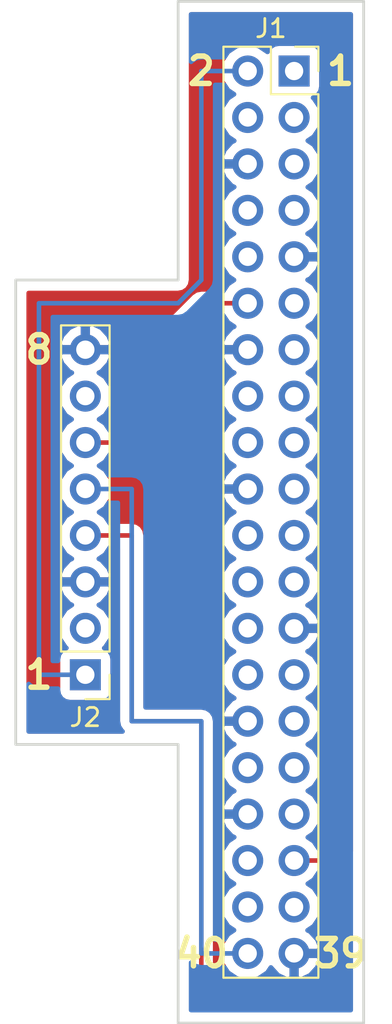
<source format=kicad_pcb>
(kicad_pcb (version 4) (host pcbnew 4.0.7)

  (general
    (links 13)
    (no_connects 0)
    (area 135.814999 100.254999 155.015001 156.285001)
    (thickness 1.6)
    (drawings 14)
    (tracks 23)
    (zones 0)
    (modules 2)
    (nets 36)
  )

  (page A4)
  (title_block
    (title "NFJ DA Connector")
    (date 2018-06-13)
    (company "by ENDO Michiaki")
    (comment 4 "Connector for Raspberry pi and NFJ PCM51XXA DA converter")
  )

  (layers
    (0 F.Cu signal)
    (31 B.Cu signal)
    (32 B.Adhes user)
    (33 F.Adhes user)
    (34 B.Paste user)
    (35 F.Paste user)
    (36 B.SilkS user)
    (37 F.SilkS user)
    (38 B.Mask user)
    (39 F.Mask user)
    (40 Dwgs.User user)
    (41 Cmts.User user)
    (42 Eco1.User user)
    (43 Eco2.User user)
    (44 Edge.Cuts user)
    (45 Margin user)
    (46 B.CrtYd user)
    (47 F.CrtYd user)
    (48 B.Fab user)
    (49 F.Fab user)
  )

  (setup
    (last_trace_width 0.25)
    (trace_clearance 0.25)
    (zone_clearance 0.508)
    (zone_45_only no)
    (trace_min 0.2)
    (segment_width 0.2)
    (edge_width 0.15)
    (via_size 0.8)
    (via_drill 0.4)
    (via_min_size 0.8)
    (via_min_drill 0.4)
    (uvia_size 0.3)
    (uvia_drill 0.1)
    (uvias_allowed no)
    (uvia_min_size 0.2)
    (uvia_min_drill 0.1)
    (pcb_text_width 0.3)
    (pcb_text_size 1.5 1.5)
    (mod_edge_width 0.15)
    (mod_text_size 1 1)
    (mod_text_width 0.15)
    (pad_size 1.524 1.524)
    (pad_drill 0.762)
    (pad_to_mask_clearance 0.2)
    (aux_axis_origin 154.94 156.21)
    (visible_elements 7FFFFFFF)
    (pcbplotparams
      (layerselection 0x010f0_80000001)
      (usegerberextensions true)
      (excludeedgelayer true)
      (linewidth 0.100000)
      (plotframeref false)
      (viasonmask false)
      (mode 1)
      (useauxorigin false)
      (hpglpennumber 1)
      (hpglpenspeed 20)
      (hpglpendiameter 15)
      (hpglpenoverlay 2)
      (psnegative false)
      (psa4output false)
      (plotreference true)
      (plotvalue true)
      (plotinvisibletext false)
      (padsonsilk false)
      (subtractmaskfromsilk false)
      (outputformat 1)
      (mirror false)
      (drillshape 0)
      (scaleselection 1)
      (outputdirectory "C:/Users/dino/Desktop/新しいフォルダー (2)/"))
  )

  (net 0 "")
  (net 1 "Net-(J1-Pad1)")
  (net 2 "Net-(J1-Pad2)")
  (net 3 "Net-(J1-Pad3)")
  (net 4 "Net-(J1-Pad4)")
  (net 5 "Net-(J1-Pad5)")
  (net 6 "Net-(J1-Pad7)")
  (net 7 "Net-(J1-Pad8)")
  (net 8 "Net-(J1-Pad10)")
  (net 9 "Net-(J1-Pad11)")
  (net 10 "Net-(J1-Pad12)")
  (net 11 "Net-(J1-Pad13)")
  (net 12 "Net-(J1-Pad15)")
  (net 13 "Net-(J1-Pad16)")
  (net 14 "Net-(J1-Pad17)")
  (net 15 "Net-(J1-Pad18)")
  (net 16 "Net-(J1-Pad19)")
  (net 17 "Net-(J1-Pad21)")
  (net 18 "Net-(J1-Pad22)")
  (net 19 "Net-(J1-Pad23)")
  (net 20 "Net-(J1-Pad24)")
  (net 21 "Net-(J1-Pad26)")
  (net 22 "Net-(J1-Pad27)")
  (net 23 "Net-(J1-Pad28)")
  (net 24 "Net-(J1-Pad29)")
  (net 25 "Net-(J1-Pad31)")
  (net 26 "Net-(J1-Pad32)")
  (net 27 "Net-(J1-Pad33)")
  (net 28 "Net-(J1-Pad35)")
  (net 29 "Net-(J1-Pad36)")
  (net 30 "Net-(J1-Pad37)")
  (net 31 "Net-(J1-Pad38)")
  (net 32 GND)
  (net 33 "Net-(J1-Pad40)")
  (net 34 "Net-(J2-Pad2)")
  (net 35 "Net-(J2-Pad7)")

  (net_class Default "これは標準のネット クラスです。"
    (clearance 0.25)
    (trace_width 0.25)
    (via_dia 0.8)
    (via_drill 0.4)
    (uvia_dia 0.3)
    (uvia_drill 0.1)
    (add_net GND)
    (add_net "Net-(J1-Pad1)")
    (add_net "Net-(J1-Pad10)")
    (add_net "Net-(J1-Pad11)")
    (add_net "Net-(J1-Pad12)")
    (add_net "Net-(J1-Pad13)")
    (add_net "Net-(J1-Pad15)")
    (add_net "Net-(J1-Pad16)")
    (add_net "Net-(J1-Pad17)")
    (add_net "Net-(J1-Pad18)")
    (add_net "Net-(J1-Pad19)")
    (add_net "Net-(J1-Pad2)")
    (add_net "Net-(J1-Pad21)")
    (add_net "Net-(J1-Pad22)")
    (add_net "Net-(J1-Pad23)")
    (add_net "Net-(J1-Pad24)")
    (add_net "Net-(J1-Pad26)")
    (add_net "Net-(J1-Pad27)")
    (add_net "Net-(J1-Pad28)")
    (add_net "Net-(J1-Pad29)")
    (add_net "Net-(J1-Pad3)")
    (add_net "Net-(J1-Pad31)")
    (add_net "Net-(J1-Pad32)")
    (add_net "Net-(J1-Pad33)")
    (add_net "Net-(J1-Pad35)")
    (add_net "Net-(J1-Pad36)")
    (add_net "Net-(J1-Pad37)")
    (add_net "Net-(J1-Pad38)")
    (add_net "Net-(J1-Pad4)")
    (add_net "Net-(J1-Pad40)")
    (add_net "Net-(J1-Pad5)")
    (add_net "Net-(J1-Pad7)")
    (add_net "Net-(J1-Pad8)")
    (add_net "Net-(J2-Pad2)")
    (add_net "Net-(J2-Pad7)")
  )

  (module Socket_Strips:Socket_Strip_Straight_1x08_Pitch2.54mm (layer F.Cu) (tedit 58CD5446) (tstamp 5B1F0942)
    (at 139.7 137.16 180)
    (descr "Through hole straight socket strip, 1x08, 2.54mm pitch, single row")
    (tags "Through hole socket strip THT 1x08 2.54mm single row")
    (path /5B1E01DA)
    (fp_text reference J2 (at 0 -2.33 180) (layer F.SilkS)
      (effects (font (size 1 1) (thickness 0.15)))
    )
    (fp_text value Conn_01x08 (at 0 20.11 180) (layer F.Fab)
      (effects (font (size 1 1) (thickness 0.15)))
    )
    (fp_line (start -1.27 -1.27) (end -1.27 19.05) (layer F.Fab) (width 0.1))
    (fp_line (start -1.27 19.05) (end 1.27 19.05) (layer F.Fab) (width 0.1))
    (fp_line (start 1.27 19.05) (end 1.27 -1.27) (layer F.Fab) (width 0.1))
    (fp_line (start 1.27 -1.27) (end -1.27 -1.27) (layer F.Fab) (width 0.1))
    (fp_line (start -1.33 1.27) (end -1.33 19.11) (layer F.SilkS) (width 0.12))
    (fp_line (start -1.33 19.11) (end 1.33 19.11) (layer F.SilkS) (width 0.12))
    (fp_line (start 1.33 19.11) (end 1.33 1.27) (layer F.SilkS) (width 0.12))
    (fp_line (start 1.33 1.27) (end -1.33 1.27) (layer F.SilkS) (width 0.12))
    (fp_line (start -1.33 0) (end -1.33 -1.33) (layer F.SilkS) (width 0.12))
    (fp_line (start -1.33 -1.33) (end 0 -1.33) (layer F.SilkS) (width 0.12))
    (fp_line (start -1.8 -1.8) (end -1.8 19.55) (layer F.CrtYd) (width 0.05))
    (fp_line (start -1.8 19.55) (end 1.8 19.55) (layer F.CrtYd) (width 0.05))
    (fp_line (start 1.8 19.55) (end 1.8 -1.8) (layer F.CrtYd) (width 0.05))
    (fp_line (start 1.8 -1.8) (end -1.8 -1.8) (layer F.CrtYd) (width 0.05))
    (fp_text user %R (at 0 -2.33 180) (layer F.Fab)
      (effects (font (size 1 1) (thickness 0.15)))
    )
    (pad 1 thru_hole rect (at 0 0 180) (size 1.7 1.7) (drill 1) (layers *.Cu *.Mask)
      (net 2 "Net-(J1-Pad2)"))
    (pad 2 thru_hole oval (at 0 2.54 180) (size 1.7 1.7) (drill 1) (layers *.Cu *.Mask)
      (net 34 "Net-(J2-Pad2)"))
    (pad 3 thru_hole oval (at 0 5.08 180) (size 1.7 1.7) (drill 1) (layers *.Cu *.Mask)
      (net 32 GND))
    (pad 4 thru_hole oval (at 0 7.62 180) (size 1.7 1.7) (drill 1) (layers *.Cu *.Mask)
      (net 28 "Net-(J1-Pad35)"))
    (pad 5 thru_hole oval (at 0 10.16 180) (size 1.7 1.7) (drill 1) (layers *.Cu *.Mask)
      (net 33 "Net-(J1-Pad40)"))
    (pad 6 thru_hole oval (at 0 12.7 180) (size 1.7 1.7) (drill 1) (layers *.Cu *.Mask)
      (net 10 "Net-(J1-Pad12)"))
    (pad 7 thru_hole oval (at 0 15.24 180) (size 1.7 1.7) (drill 1) (layers *.Cu *.Mask)
      (net 35 "Net-(J2-Pad7)"))
    (pad 8 thru_hole oval (at 0 17.78 180) (size 1.7 1.7) (drill 1) (layers *.Cu *.Mask)
      (net 32 GND))
    (model ${KISYS3DMOD}/Socket_Strips.3dshapes/Socket_Strip_Straight_1x08_Pitch2.54mm.wrl
      (at (xyz 0 -0.35 0))
      (scale (xyz 1 1 1))
      (rotate (xyz 0 0 270))
    )
  )

  (module Socket_Strips:Socket_Strip_Straight_2x20_Pitch2.54mm (layer F.Cu) (tedit 58CD544A) (tstamp 5B1F08D3)
    (at 151.13 104.14)
    (descr "Through hole straight socket strip, 2x20, 2.54mm pitch, double rows")
    (tags "Through hole socket strip THT 2x20 2.54mm double row")
    (path /5B1E0193)
    (fp_text reference J1 (at -1.27 -2.33) (layer F.SilkS)
      (effects (font (size 1 1) (thickness 0.15)))
    )
    (fp_text value Raspberry_Pi_2_3 (at -1.27 50.59) (layer F.Fab)
      (effects (font (size 1 1) (thickness 0.15)))
    )
    (fp_line (start -3.81 -1.27) (end -3.81 49.53) (layer F.Fab) (width 0.1))
    (fp_line (start -3.81 49.53) (end 1.27 49.53) (layer F.Fab) (width 0.1))
    (fp_line (start 1.27 49.53) (end 1.27 -1.27) (layer F.Fab) (width 0.1))
    (fp_line (start 1.27 -1.27) (end -3.81 -1.27) (layer F.Fab) (width 0.1))
    (fp_line (start 1.33 1.27) (end 1.33 49.59) (layer F.SilkS) (width 0.12))
    (fp_line (start 1.33 49.59) (end -3.87 49.59) (layer F.SilkS) (width 0.12))
    (fp_line (start -3.87 49.59) (end -3.87 -1.33) (layer F.SilkS) (width 0.12))
    (fp_line (start -3.87 -1.33) (end -1.27 -1.33) (layer F.SilkS) (width 0.12))
    (fp_line (start -1.27 -1.33) (end -1.27 1.27) (layer F.SilkS) (width 0.12))
    (fp_line (start -1.27 1.27) (end 1.33 1.27) (layer F.SilkS) (width 0.12))
    (fp_line (start 1.33 0) (end 1.33 -1.33) (layer F.SilkS) (width 0.12))
    (fp_line (start 1.33 -1.33) (end 0.06 -1.33) (layer F.SilkS) (width 0.12))
    (fp_line (start -4.35 -1.8) (end -4.35 50.05) (layer F.CrtYd) (width 0.05))
    (fp_line (start -4.35 50.05) (end 1.8 50.05) (layer F.CrtYd) (width 0.05))
    (fp_line (start 1.8 50.05) (end 1.8 -1.8) (layer F.CrtYd) (width 0.05))
    (fp_line (start 1.8 -1.8) (end -4.35 -1.8) (layer F.CrtYd) (width 0.05))
    (fp_text user %R (at -1.27 -2.33) (layer F.Fab)
      (effects (font (size 1 1) (thickness 0.15)))
    )
    (pad 1 thru_hole rect (at 0 0) (size 1.7 1.7) (drill 1) (layers *.Cu *.Mask)
      (net 1 "Net-(J1-Pad1)"))
    (pad 2 thru_hole oval (at -2.54 0) (size 1.7 1.7) (drill 1) (layers *.Cu *.Mask)
      (net 2 "Net-(J1-Pad2)"))
    (pad 3 thru_hole oval (at 0 2.54) (size 1.7 1.7) (drill 1) (layers *.Cu *.Mask)
      (net 3 "Net-(J1-Pad3)"))
    (pad 4 thru_hole oval (at -2.54 2.54) (size 1.7 1.7) (drill 1) (layers *.Cu *.Mask)
      (net 4 "Net-(J1-Pad4)"))
    (pad 5 thru_hole oval (at 0 5.08) (size 1.7 1.7) (drill 1) (layers *.Cu *.Mask)
      (net 5 "Net-(J1-Pad5)"))
    (pad 6 thru_hole oval (at -2.54 5.08) (size 1.7 1.7) (drill 1) (layers *.Cu *.Mask)
      (net 32 GND))
    (pad 7 thru_hole oval (at 0 7.62) (size 1.7 1.7) (drill 1) (layers *.Cu *.Mask)
      (net 6 "Net-(J1-Pad7)"))
    (pad 8 thru_hole oval (at -2.54 7.62) (size 1.7 1.7) (drill 1) (layers *.Cu *.Mask)
      (net 7 "Net-(J1-Pad8)"))
    (pad 9 thru_hole oval (at 0 10.16) (size 1.7 1.7) (drill 1) (layers *.Cu *.Mask)
      (net 32 GND))
    (pad 10 thru_hole oval (at -2.54 10.16) (size 1.7 1.7) (drill 1) (layers *.Cu *.Mask)
      (net 8 "Net-(J1-Pad10)"))
    (pad 11 thru_hole oval (at 0 12.7) (size 1.7 1.7) (drill 1) (layers *.Cu *.Mask)
      (net 9 "Net-(J1-Pad11)"))
    (pad 12 thru_hole oval (at -2.54 12.7) (size 1.7 1.7) (drill 1) (layers *.Cu *.Mask)
      (net 10 "Net-(J1-Pad12)"))
    (pad 13 thru_hole oval (at 0 15.24) (size 1.7 1.7) (drill 1) (layers *.Cu *.Mask)
      (net 11 "Net-(J1-Pad13)"))
    (pad 14 thru_hole oval (at -2.54 15.24) (size 1.7 1.7) (drill 1) (layers *.Cu *.Mask)
      (net 32 GND))
    (pad 15 thru_hole oval (at 0 17.78) (size 1.7 1.7) (drill 1) (layers *.Cu *.Mask)
      (net 12 "Net-(J1-Pad15)"))
    (pad 16 thru_hole oval (at -2.54 17.78) (size 1.7 1.7) (drill 1) (layers *.Cu *.Mask)
      (net 13 "Net-(J1-Pad16)"))
    (pad 17 thru_hole oval (at 0 20.32) (size 1.7 1.7) (drill 1) (layers *.Cu *.Mask)
      (net 14 "Net-(J1-Pad17)"))
    (pad 18 thru_hole oval (at -2.54 20.32) (size 1.7 1.7) (drill 1) (layers *.Cu *.Mask)
      (net 15 "Net-(J1-Pad18)"))
    (pad 19 thru_hole oval (at 0 22.86) (size 1.7 1.7) (drill 1) (layers *.Cu *.Mask)
      (net 16 "Net-(J1-Pad19)"))
    (pad 20 thru_hole oval (at -2.54 22.86) (size 1.7 1.7) (drill 1) (layers *.Cu *.Mask)
      (net 32 GND))
    (pad 21 thru_hole oval (at 0 25.4) (size 1.7 1.7) (drill 1) (layers *.Cu *.Mask)
      (net 17 "Net-(J1-Pad21)"))
    (pad 22 thru_hole oval (at -2.54 25.4) (size 1.7 1.7) (drill 1) (layers *.Cu *.Mask)
      (net 18 "Net-(J1-Pad22)"))
    (pad 23 thru_hole oval (at 0 27.94) (size 1.7 1.7) (drill 1) (layers *.Cu *.Mask)
      (net 19 "Net-(J1-Pad23)"))
    (pad 24 thru_hole oval (at -2.54 27.94) (size 1.7 1.7) (drill 1) (layers *.Cu *.Mask)
      (net 20 "Net-(J1-Pad24)"))
    (pad 25 thru_hole oval (at 0 30.48) (size 1.7 1.7) (drill 1) (layers *.Cu *.Mask)
      (net 32 GND))
    (pad 26 thru_hole oval (at -2.54 30.48) (size 1.7 1.7) (drill 1) (layers *.Cu *.Mask)
      (net 21 "Net-(J1-Pad26)"))
    (pad 27 thru_hole oval (at 0 33.02) (size 1.7 1.7) (drill 1) (layers *.Cu *.Mask)
      (net 22 "Net-(J1-Pad27)"))
    (pad 28 thru_hole oval (at -2.54 33.02) (size 1.7 1.7) (drill 1) (layers *.Cu *.Mask)
      (net 23 "Net-(J1-Pad28)"))
    (pad 29 thru_hole oval (at 0 35.56) (size 1.7 1.7) (drill 1) (layers *.Cu *.Mask)
      (net 24 "Net-(J1-Pad29)"))
    (pad 30 thru_hole oval (at -2.54 35.56) (size 1.7 1.7) (drill 1) (layers *.Cu *.Mask)
      (net 32 GND))
    (pad 31 thru_hole oval (at 0 38.1) (size 1.7 1.7) (drill 1) (layers *.Cu *.Mask)
      (net 25 "Net-(J1-Pad31)"))
    (pad 32 thru_hole oval (at -2.54 38.1) (size 1.7 1.7) (drill 1) (layers *.Cu *.Mask)
      (net 26 "Net-(J1-Pad32)"))
    (pad 33 thru_hole oval (at 0 40.64) (size 1.7 1.7) (drill 1) (layers *.Cu *.Mask)
      (net 27 "Net-(J1-Pad33)"))
    (pad 34 thru_hole oval (at -2.54 40.64) (size 1.7 1.7) (drill 1) (layers *.Cu *.Mask)
      (net 32 GND))
    (pad 35 thru_hole oval (at 0 43.18) (size 1.7 1.7) (drill 1) (layers *.Cu *.Mask)
      (net 28 "Net-(J1-Pad35)"))
    (pad 36 thru_hole oval (at -2.54 43.18) (size 1.7 1.7) (drill 1) (layers *.Cu *.Mask)
      (net 29 "Net-(J1-Pad36)"))
    (pad 37 thru_hole oval (at 0 45.72) (size 1.7 1.7) (drill 1) (layers *.Cu *.Mask)
      (net 30 "Net-(J1-Pad37)"))
    (pad 38 thru_hole oval (at -2.54 45.72) (size 1.7 1.7) (drill 1) (layers *.Cu *.Mask)
      (net 31 "Net-(J1-Pad38)"))
    (pad 39 thru_hole oval (at 0 48.26) (size 1.7 1.7) (drill 1) (layers *.Cu *.Mask)
      (net 32 GND))
    (pad 40 thru_hole oval (at -2.54 48.26) (size 1.7 1.7) (drill 1) (layers *.Cu *.Mask)
      (net 33 "Net-(J1-Pad40)"))
    (model ${KISYS3DMOD}/Socket_Strips.3dshapes/Socket_Strip_Straight_2x20_Pitch2.54mm.wrl
      (at (xyz -0.05 -0.95 0))
      (scale (xyz 1 1 1))
      (rotate (xyz 0 0 270))
    )
  )

  (gr_text 39 (at 153.67 152.4) (layer F.SilkS)
    (effects (font (size 1.5 1.5) (thickness 0.3)))
  )
  (gr_text 1 (at 153.67 104.14) (layer F.SilkS)
    (effects (font (size 1.5 1.5) (thickness 0.3)))
  )
  (gr_text 2 (at 146.05 104.14) (layer F.SilkS)
    (effects (font (size 1.5 1.5) (thickness 0.3)))
  )
  (gr_text 40 (at 146.05 152.4) (layer F.SilkS)
    (effects (font (size 1.5 1.5) (thickness 0.3)))
  )
  (gr_text 1 (at 137.16 137.16) (layer F.SilkS)
    (effects (font (size 1.5 1.5) (thickness 0.3)))
  )
  (gr_text 8 (at 137.16 119.38) (layer F.SilkS)
    (effects (font (size 1.5 1.5) (thickness 0.3)))
  )
  (gr_line (start 135.89 140.97) (end 144.78 140.97) (angle 90) (layer Edge.Cuts) (width 0.15))
  (gr_line (start 135.89 115.57) (end 135.89 140.97) (angle 90) (layer Edge.Cuts) (width 0.15))
  (gr_line (start 144.78 115.57) (end 135.89 115.57) (angle 90) (layer Edge.Cuts) (width 0.15))
  (gr_line (start 144.78 140.97) (end 144.78 156.21) (angle 90) (layer Edge.Cuts) (width 0.15))
  (gr_line (start 144.78 100.33) (end 144.78 115.57) (angle 90) (layer Edge.Cuts) (width 0.15))
  (gr_line (start 144.78 156.21) (end 154.94 156.21) (angle 90) (layer Edge.Cuts) (width 0.15))
  (gr_line (start 144.78 100.33) (end 154.94 100.33) (angle 90) (layer Edge.Cuts) (width 0.15))
  (gr_line (start 154.94 100.33) (end 154.94 156.21) (angle 90) (layer Edge.Cuts) (width 0.15))

  (segment (start 146.05 104.14) (end 148.59 104.14) (width 0.25) (layer B.Cu) (net 2) (tstamp 5B1F2F1C))
  (segment (start 146.05 115.57) (end 146.05 104.14) (width 0.25) (layer B.Cu) (net 2) (tstamp 5B1F2F1B))
  (segment (start 144.78 116.84) (end 146.05 115.57) (width 0.25) (layer B.Cu) (net 2) (tstamp 5B1F2F1A))
  (segment (start 137.16 116.84) (end 144.78 116.84) (width 0.25) (layer B.Cu) (net 2) (tstamp 5B1F2F18))
  (segment (start 137.16 137.16) (end 137.16 116.84) (width 0.25) (layer B.Cu) (net 2) (tstamp 5B1F2F17))
  (segment (start 139.7 137.16) (end 137.16 137.16) (width 0.25) (layer B.Cu) (net 2))
  (segment (start 148.59 116.84) (end 146.05 116.84) (width 0.25) (layer F.Cu) (net 10))
  (segment (start 142.24 124.46) (end 139.7 124.46) (width 0.25) (layer F.Cu) (net 10) (tstamp 5B1F2E9A))
  (segment (start 142.24 118.11) (end 142.24 124.46) (width 0.25) (layer F.Cu) (net 10) (tstamp 5B1F2E98))
  (segment (start 144.78 118.11) (end 142.24 118.11) (width 0.25) (layer F.Cu) (net 10) (tstamp 5B1F2E93))
  (segment (start 146.05 116.84) (end 144.78 118.11) (width 0.25) (layer F.Cu) (net 10) (tstamp 5B1F2E92))
  (segment (start 139.7 129.54) (end 142.24 129.54) (width 0.25) (layer F.Cu) (net 28))
  (segment (start 153.67 147.32) (end 151.13 147.32) (width 0.25) (layer F.Cu) (net 28) (tstamp 5B1F2E4C))
  (segment (start 153.67 154.94) (end 153.67 147.32) (width 0.25) (layer F.Cu) (net 28) (tstamp 5B1F2E4B))
  (segment (start 146.05 154.94) (end 153.67 154.94) (width 0.25) (layer F.Cu) (net 28) (tstamp 5B1F2E48))
  (segment (start 146.05 139.7) (end 146.05 154.94) (width 0.25) (layer F.Cu) (net 28) (tstamp 5B1F2E47))
  (segment (start 142.24 139.7) (end 146.05 139.7) (width 0.25) (layer F.Cu) (net 28) (tstamp 5B1F2E46))
  (segment (start 142.24 129.54) (end 142.24 139.7) (width 0.25) (layer F.Cu) (net 28) (tstamp 5B1F2E44))
  (segment (start 139.7 127) (end 142.24 127) (width 0.25) (layer B.Cu) (net 33))
  (segment (start 146.05 152.4) (end 148.59 152.4) (width 0.25) (layer B.Cu) (net 33) (tstamp 5B1F2E6B))
  (segment (start 146.05 139.7) (end 146.05 152.4) (width 0.25) (layer B.Cu) (net 33) (tstamp 5B1F2E69))
  (segment (start 142.24 139.7) (end 146.05 139.7) (width 0.25) (layer B.Cu) (net 33) (tstamp 5B1F2E68))
  (segment (start 142.24 127) (end 142.24 139.7) (width 0.25) (layer B.Cu) (net 33) (tstamp 5B1F2E65))

  (zone (net 32) (net_name GND) (layer F.Cu) (tstamp 5B1F28DE) (hatch edge 0.508)
    (connect_pads (clearance 0.508))
    (min_thickness 0.254)
    (fill yes (arc_segments 16) (thermal_gap 0.508) (thermal_bridge_width 0.508))
    (polygon
      (pts
        (xy 154.94 156.21) (xy 144.78 156.21) (xy 144.78 140.97) (xy 135.89 140.97) (xy 135.89 115.57)
        (xy 144.78 115.57) (xy 144.78 100.33) (xy 154.94 100.33)
      )
    )
    (filled_polygon
      (pts
        (xy 147.510853 117.890054) (xy 147.851553 118.117702) (xy 147.708642 118.184817) (xy 147.318355 118.613076) (xy 147.148524 119.02311)
        (xy 147.269845 119.253) (xy 148.463 119.253) (xy 148.463 119.233) (xy 148.717 119.233) (xy 148.717 119.253)
        (xy 148.737 119.253) (xy 148.737 119.507) (xy 148.717 119.507) (xy 148.717 119.527) (xy 148.463 119.527)
        (xy 148.463 119.507) (xy 147.269845 119.507) (xy 147.148524 119.73689) (xy 147.318355 120.146924) (xy 147.708642 120.575183)
        (xy 147.851553 120.642298) (xy 147.510853 120.869946) (xy 147.188946 121.351715) (xy 147.075907 121.92) (xy 147.188946 122.488285)
        (xy 147.510853 122.970054) (xy 147.840026 123.19) (xy 147.510853 123.409946) (xy 147.188946 123.891715) (xy 147.075907 124.46)
        (xy 147.188946 125.028285) (xy 147.510853 125.510054) (xy 147.851553 125.737702) (xy 147.708642 125.804817) (xy 147.318355 126.233076)
        (xy 147.148524 126.64311) (xy 147.269845 126.873) (xy 148.463 126.873) (xy 148.463 126.853) (xy 148.717 126.853)
        (xy 148.717 126.873) (xy 148.737 126.873) (xy 148.737 127.127) (xy 148.717 127.127) (xy 148.717 127.147)
        (xy 148.463 127.147) (xy 148.463 127.127) (xy 147.269845 127.127) (xy 147.148524 127.35689) (xy 147.318355 127.766924)
        (xy 147.708642 128.195183) (xy 147.851553 128.262298) (xy 147.510853 128.489946) (xy 147.188946 128.971715) (xy 147.075907 129.54)
        (xy 147.188946 130.108285) (xy 147.510853 130.590054) (xy 147.840026 130.81) (xy 147.510853 131.029946) (xy 147.188946 131.511715)
        (xy 147.075907 132.08) (xy 147.188946 132.648285) (xy 147.510853 133.130054) (xy 147.840026 133.35) (xy 147.510853 133.569946)
        (xy 147.188946 134.051715) (xy 147.075907 134.62) (xy 147.188946 135.188285) (xy 147.510853 135.670054) (xy 147.840026 135.89)
        (xy 147.510853 136.109946) (xy 147.188946 136.591715) (xy 147.075907 137.16) (xy 147.188946 137.728285) (xy 147.510853 138.210054)
        (xy 147.851553 138.437702) (xy 147.708642 138.504817) (xy 147.318355 138.933076) (xy 147.148524 139.34311) (xy 147.269845 139.573)
        (xy 148.463 139.573) (xy 148.463 139.553) (xy 148.717 139.553) (xy 148.717 139.573) (xy 148.737 139.573)
        (xy 148.737 139.827) (xy 148.717 139.827) (xy 148.717 139.847) (xy 148.463 139.847) (xy 148.463 139.827)
        (xy 147.269845 139.827) (xy 147.148524 140.05689) (xy 147.318355 140.466924) (xy 147.708642 140.895183) (xy 147.851553 140.962298)
        (xy 147.510853 141.189946) (xy 147.188946 141.671715) (xy 147.075907 142.24) (xy 147.188946 142.808285) (xy 147.510853 143.290054)
        (xy 147.851553 143.517702) (xy 147.708642 143.584817) (xy 147.318355 144.013076) (xy 147.148524 144.42311) (xy 147.269845 144.653)
        (xy 148.463 144.653) (xy 148.463 144.633) (xy 148.717 144.633) (xy 148.717 144.653) (xy 148.737 144.653)
        (xy 148.737 144.907) (xy 148.717 144.907) (xy 148.717 144.927) (xy 148.463 144.927) (xy 148.463 144.907)
        (xy 147.269845 144.907) (xy 147.148524 145.13689) (xy 147.318355 145.546924) (xy 147.708642 145.975183) (xy 147.851553 146.042298)
        (xy 147.510853 146.269946) (xy 147.188946 146.751715) (xy 147.075907 147.32) (xy 147.188946 147.888285) (xy 147.510853 148.370054)
        (xy 147.840026 148.59) (xy 147.510853 148.809946) (xy 147.188946 149.291715) (xy 147.075907 149.86) (xy 147.188946 150.428285)
        (xy 147.510853 150.910054) (xy 147.840026 151.13) (xy 147.510853 151.349946) (xy 147.188946 151.831715) (xy 147.075907 152.4)
        (xy 147.188946 152.968285) (xy 147.510853 153.450054) (xy 147.992622 153.771961) (xy 148.560907 153.885) (xy 148.619093 153.885)
        (xy 149.187378 153.771961) (xy 149.669147 153.450054) (xy 149.858345 153.166899) (xy 149.858355 153.166924) (xy 150.248642 153.595183)
        (xy 150.773108 153.841486) (xy 151.003 153.720819) (xy 151.003 152.527) (xy 151.257 152.527) (xy 151.257 153.720819)
        (xy 151.486892 153.841486) (xy 152.011358 153.595183) (xy 152.401645 153.166924) (xy 152.571476 152.75689) (xy 152.450155 152.527)
        (xy 151.257 152.527) (xy 151.003 152.527) (xy 150.983 152.527) (xy 150.983 152.273) (xy 151.003 152.273)
        (xy 151.003 152.253) (xy 151.257 152.253) (xy 151.257 152.273) (xy 152.450155 152.273) (xy 152.571476 152.04311)
        (xy 152.401645 151.633076) (xy 152.011358 151.204817) (xy 151.868447 151.137702) (xy 152.209147 150.910054) (xy 152.531054 150.428285)
        (xy 152.644093 149.86) (xy 152.531054 149.291715) (xy 152.209147 148.809946) (xy 151.879974 148.59) (xy 152.209147 148.370054)
        (xy 152.402954 148.08) (xy 152.91 148.08) (xy 152.91 154.18) (xy 146.81 154.18) (xy 146.81 139.7)
        (xy 146.752148 139.409161) (xy 146.587401 139.162599) (xy 146.340839 138.997852) (xy 146.05 138.94) (xy 143 138.94)
        (xy 143 129.54) (xy 142.942148 129.249161) (xy 142.777401 129.002599) (xy 142.530839 128.837852) (xy 142.24 128.78)
        (xy 140.972954 128.78) (xy 140.779147 128.489946) (xy 140.449974 128.27) (xy 140.779147 128.050054) (xy 141.101054 127.568285)
        (xy 141.214093 127) (xy 141.101054 126.431715) (xy 140.779147 125.949946) (xy 140.449974 125.73) (xy 140.779147 125.510054)
        (xy 140.972954 125.22) (xy 142.24 125.22) (xy 142.530839 125.162148) (xy 142.777401 124.997401) (xy 142.942148 124.750839)
        (xy 143 124.46) (xy 143 118.87) (xy 144.78 118.87) (xy 145.070839 118.812148) (xy 145.317401 118.647401)
        (xy 146.364802 117.6) (xy 147.317046 117.6)
      )
    )
    (filled_polygon
      (pts
        (xy 154.23 146.816421) (xy 154.207401 146.782599) (xy 153.960839 146.617852) (xy 153.67 146.56) (xy 152.402954 146.56)
        (xy 152.209147 146.269946) (xy 151.879974 146.05) (xy 152.209147 145.830054) (xy 152.531054 145.348285) (xy 152.644093 144.78)
        (xy 152.531054 144.211715) (xy 152.209147 143.729946) (xy 151.879974 143.51) (xy 152.209147 143.290054) (xy 152.531054 142.808285)
        (xy 152.644093 142.24) (xy 152.531054 141.671715) (xy 152.209147 141.189946) (xy 151.879974 140.97) (xy 152.209147 140.750054)
        (xy 152.531054 140.268285) (xy 152.644093 139.7) (xy 152.531054 139.131715) (xy 152.209147 138.649946) (xy 151.879974 138.43)
        (xy 152.209147 138.210054) (xy 152.531054 137.728285) (xy 152.644093 137.16) (xy 152.531054 136.591715) (xy 152.209147 136.109946)
        (xy 151.868447 135.882298) (xy 152.011358 135.815183) (xy 152.401645 135.386924) (xy 152.571476 134.97689) (xy 152.450155 134.747)
        (xy 151.257 134.747) (xy 151.257 134.767) (xy 151.003 134.767) (xy 151.003 134.747) (xy 150.983 134.747)
        (xy 150.983 134.493) (xy 151.003 134.493) (xy 151.003 134.473) (xy 151.257 134.473) (xy 151.257 134.493)
        (xy 152.450155 134.493) (xy 152.571476 134.26311) (xy 152.401645 133.853076) (xy 152.011358 133.424817) (xy 151.868447 133.357702)
        (xy 152.209147 133.130054) (xy 152.531054 132.648285) (xy 152.644093 132.08) (xy 152.531054 131.511715) (xy 152.209147 131.029946)
        (xy 151.879974 130.81) (xy 152.209147 130.590054) (xy 152.531054 130.108285) (xy 152.644093 129.54) (xy 152.531054 128.971715)
        (xy 152.209147 128.489946) (xy 151.879974 128.27) (xy 152.209147 128.050054) (xy 152.531054 127.568285) (xy 152.644093 127)
        (xy 152.531054 126.431715) (xy 152.209147 125.949946) (xy 151.879974 125.73) (xy 152.209147 125.510054) (xy 152.531054 125.028285)
        (xy 152.644093 124.46) (xy 152.531054 123.891715) (xy 152.209147 123.409946) (xy 151.879974 123.19) (xy 152.209147 122.970054)
        (xy 152.531054 122.488285) (xy 152.644093 121.92) (xy 152.531054 121.351715) (xy 152.209147 120.869946) (xy 151.879974 120.65)
        (xy 152.209147 120.430054) (xy 152.531054 119.948285) (xy 152.644093 119.38) (xy 152.531054 118.811715) (xy 152.209147 118.329946)
        (xy 151.879974 118.11) (xy 152.209147 117.890054) (xy 152.531054 117.408285) (xy 152.644093 116.84) (xy 152.531054 116.271715)
        (xy 152.209147 115.789946) (xy 151.868447 115.562298) (xy 152.011358 115.495183) (xy 152.401645 115.066924) (xy 152.571476 114.65689)
        (xy 152.450155 114.427) (xy 151.257 114.427) (xy 151.257 114.447) (xy 151.003 114.447) (xy 151.003 114.427)
        (xy 150.983 114.427) (xy 150.983 114.173) (xy 151.003 114.173) (xy 151.003 114.153) (xy 151.257 114.153)
        (xy 151.257 114.173) (xy 152.450155 114.173) (xy 152.571476 113.94311) (xy 152.401645 113.533076) (xy 152.011358 113.104817)
        (xy 151.868447 113.037702) (xy 152.209147 112.810054) (xy 152.531054 112.328285) (xy 152.644093 111.76) (xy 152.531054 111.191715)
        (xy 152.209147 110.709946) (xy 151.879974 110.49) (xy 152.209147 110.270054) (xy 152.531054 109.788285) (xy 152.644093 109.22)
        (xy 152.531054 108.651715) (xy 152.209147 108.169946) (xy 151.879974 107.95) (xy 152.209147 107.730054) (xy 152.531054 107.248285)
        (xy 152.644093 106.68) (xy 152.531054 106.111715) (xy 152.209147 105.629946) (xy 152.167548 105.60215) (xy 152.215317 105.593162)
        (xy 152.431441 105.45409) (xy 152.576431 105.24189) (xy 152.62744 104.99) (xy 152.62744 103.29) (xy 152.583162 103.054683)
        (xy 152.44409 102.838559) (xy 152.23189 102.693569) (xy 151.98 102.64256) (xy 150.28 102.64256) (xy 150.044683 102.686838)
        (xy 149.828559 102.82591) (xy 149.683569 103.03811) (xy 149.672159 103.094454) (xy 149.669147 103.089946) (xy 149.187378 102.768039)
        (xy 148.619093 102.655) (xy 148.560907 102.655) (xy 147.992622 102.768039) (xy 147.510853 103.089946) (xy 147.188946 103.571715)
        (xy 147.075907 104.14) (xy 147.188946 104.708285) (xy 147.510853 105.190054) (xy 147.840026 105.41) (xy 147.510853 105.629946)
        (xy 147.188946 106.111715) (xy 147.075907 106.68) (xy 147.188946 107.248285) (xy 147.510853 107.730054) (xy 147.851553 107.957702)
        (xy 147.708642 108.024817) (xy 147.318355 108.453076) (xy 147.148524 108.86311) (xy 147.269845 109.093) (xy 148.463 109.093)
        (xy 148.463 109.073) (xy 148.717 109.073) (xy 148.717 109.093) (xy 148.737 109.093) (xy 148.737 109.347)
        (xy 148.717 109.347) (xy 148.717 109.367) (xy 148.463 109.367) (xy 148.463 109.347) (xy 147.269845 109.347)
        (xy 147.148524 109.57689) (xy 147.318355 109.986924) (xy 147.708642 110.415183) (xy 147.851553 110.482298) (xy 147.510853 110.709946)
        (xy 147.188946 111.191715) (xy 147.075907 111.76) (xy 147.188946 112.328285) (xy 147.510853 112.810054) (xy 147.840026 113.03)
        (xy 147.510853 113.249946) (xy 147.188946 113.731715) (xy 147.075907 114.3) (xy 147.188946 114.868285) (xy 147.510853 115.350054)
        (xy 147.840026 115.57) (xy 147.510853 115.789946) (xy 147.317046 116.08) (xy 146.05 116.08) (xy 145.75916 116.137852)
        (xy 145.512599 116.302599) (xy 144.465198 117.35) (xy 142.24 117.35) (xy 141.949161 117.407852) (xy 141.702599 117.572599)
        (xy 141.537852 117.819161) (xy 141.48 118.11) (xy 141.48 123.7) (xy 140.972954 123.7) (xy 140.779147 123.409946)
        (xy 140.449974 123.19) (xy 140.779147 122.970054) (xy 141.101054 122.488285) (xy 141.214093 121.92) (xy 141.101054 121.351715)
        (xy 140.779147 120.869946) (xy 140.438447 120.642298) (xy 140.581358 120.575183) (xy 140.971645 120.146924) (xy 141.141476 119.73689)
        (xy 141.020155 119.507) (xy 139.827 119.507) (xy 139.827 119.527) (xy 139.573 119.527) (xy 139.573 119.507)
        (xy 138.379845 119.507) (xy 138.258524 119.73689) (xy 138.428355 120.146924) (xy 138.818642 120.575183) (xy 138.961553 120.642298)
        (xy 138.620853 120.869946) (xy 138.298946 121.351715) (xy 138.185907 121.92) (xy 138.298946 122.488285) (xy 138.620853 122.970054)
        (xy 138.950026 123.19) (xy 138.620853 123.409946) (xy 138.298946 123.891715) (xy 138.185907 124.46) (xy 138.298946 125.028285)
        (xy 138.620853 125.510054) (xy 138.950026 125.73) (xy 138.620853 125.949946) (xy 138.298946 126.431715) (xy 138.185907 127)
        (xy 138.298946 127.568285) (xy 138.620853 128.050054) (xy 138.950026 128.27) (xy 138.620853 128.489946) (xy 138.298946 128.971715)
        (xy 138.185907 129.54) (xy 138.298946 130.108285) (xy 138.620853 130.590054) (xy 138.961553 130.817702) (xy 138.818642 130.884817)
        (xy 138.428355 131.313076) (xy 138.258524 131.72311) (xy 138.379845 131.953) (xy 139.573 131.953) (xy 139.573 131.933)
        (xy 139.827 131.933) (xy 139.827 131.953) (xy 141.020155 131.953) (xy 141.141476 131.72311) (xy 140.971645 131.313076)
        (xy 140.581358 130.884817) (xy 140.438447 130.817702) (xy 140.779147 130.590054) (xy 140.972954 130.3) (xy 141.48 130.3)
        (xy 141.48 139.7) (xy 141.537852 139.990839) (xy 141.702599 140.237401) (xy 141.736421 140.26) (xy 136.6 140.26)
        (xy 136.6 134.62) (xy 138.185907 134.62) (xy 138.298946 135.188285) (xy 138.620853 135.670054) (xy 138.662452 135.69785)
        (xy 138.614683 135.706838) (xy 138.398559 135.84591) (xy 138.253569 136.05811) (xy 138.20256 136.31) (xy 138.20256 138.01)
        (xy 138.246838 138.245317) (xy 138.38591 138.461441) (xy 138.59811 138.606431) (xy 138.85 138.65744) (xy 140.55 138.65744)
        (xy 140.785317 138.613162) (xy 141.001441 138.47409) (xy 141.146431 138.26189) (xy 141.19744 138.01) (xy 141.19744 136.31)
        (xy 141.153162 136.074683) (xy 141.01409 135.858559) (xy 140.80189 135.713569) (xy 140.734459 135.699914) (xy 140.779147 135.670054)
        (xy 141.101054 135.188285) (xy 141.214093 134.62) (xy 141.101054 134.051715) (xy 140.779147 133.569946) (xy 140.438447 133.342298)
        (xy 140.581358 133.275183) (xy 140.971645 132.846924) (xy 141.141476 132.43689) (xy 141.020155 132.207) (xy 139.827 132.207)
        (xy 139.827 132.227) (xy 139.573 132.227) (xy 139.573 132.207) (xy 138.379845 132.207) (xy 138.258524 132.43689)
        (xy 138.428355 132.846924) (xy 138.818642 133.275183) (xy 138.961553 133.342298) (xy 138.620853 133.569946) (xy 138.298946 134.051715)
        (xy 138.185907 134.62) (xy 136.6 134.62) (xy 136.6 119.02311) (xy 138.258524 119.02311) (xy 138.379845 119.253)
        (xy 139.573 119.253) (xy 139.573 118.059181) (xy 139.827 118.059181) (xy 139.827 119.253) (xy 141.020155 119.253)
        (xy 141.141476 119.02311) (xy 140.971645 118.613076) (xy 140.581358 118.184817) (xy 140.056892 117.938514) (xy 139.827 118.059181)
        (xy 139.573 118.059181) (xy 139.343108 117.938514) (xy 138.818642 118.184817) (xy 138.428355 118.613076) (xy 138.258524 119.02311)
        (xy 136.6 119.02311) (xy 136.6 116.28) (xy 144.78 116.28) (xy 145.051705 116.225954) (xy 145.282046 116.072046)
        (xy 145.435954 115.841705) (xy 145.49 115.57) (xy 145.49 101.04) (xy 154.23 101.04)
      )
    )
  )
  (zone (net 32) (net_name GND) (layer B.Cu) (tstamp 5B1F2906) (hatch edge 0.508)
    (connect_pads (clearance 0.508))
    (min_thickness 0.254)
    (fill yes (arc_segments 16) (thermal_gap 0.508) (thermal_bridge_width 0.508))
    (polygon
      (pts
        (xy 154.94 156.21) (xy 144.78 156.21) (xy 144.78 140.97) (xy 135.89 140.97) (xy 135.89 115.57)
        (xy 144.78 115.57) (xy 144.78 100.33) (xy 154.94 100.33)
      )
    )
    (filled_polygon
      (pts
        (xy 154.23 155.5) (xy 145.49 155.5) (xy 145.49 152.903579) (xy 145.512599 152.937401) (xy 145.759161 153.102148)
        (xy 146.05 153.16) (xy 147.317046 153.16) (xy 147.510853 153.450054) (xy 147.992622 153.771961) (xy 148.560907 153.885)
        (xy 148.619093 153.885) (xy 149.187378 153.771961) (xy 149.669147 153.450054) (xy 149.858345 153.166899) (xy 149.858355 153.166924)
        (xy 150.248642 153.595183) (xy 150.773108 153.841486) (xy 151.003 153.720819) (xy 151.003 152.527) (xy 151.257 152.527)
        (xy 151.257 153.720819) (xy 151.486892 153.841486) (xy 152.011358 153.595183) (xy 152.401645 153.166924) (xy 152.571476 152.75689)
        (xy 152.450155 152.527) (xy 151.257 152.527) (xy 151.003 152.527) (xy 150.983 152.527) (xy 150.983 152.273)
        (xy 151.003 152.273) (xy 151.003 152.253) (xy 151.257 152.253) (xy 151.257 152.273) (xy 152.450155 152.273)
        (xy 152.571476 152.04311) (xy 152.401645 151.633076) (xy 152.011358 151.204817) (xy 151.868447 151.137702) (xy 152.209147 150.910054)
        (xy 152.531054 150.428285) (xy 152.644093 149.86) (xy 152.531054 149.291715) (xy 152.209147 148.809946) (xy 151.879974 148.59)
        (xy 152.209147 148.370054) (xy 152.531054 147.888285) (xy 152.644093 147.32) (xy 152.531054 146.751715) (xy 152.209147 146.269946)
        (xy 151.879974 146.05) (xy 152.209147 145.830054) (xy 152.531054 145.348285) (xy 152.644093 144.78) (xy 152.531054 144.211715)
        (xy 152.209147 143.729946) (xy 151.879974 143.51) (xy 152.209147 143.290054) (xy 152.531054 142.808285) (xy 152.644093 142.24)
        (xy 152.531054 141.671715) (xy 152.209147 141.189946) (xy 151.879974 140.97) (xy 152.209147 140.750054) (xy 152.531054 140.268285)
        (xy 152.644093 139.7) (xy 152.531054 139.131715) (xy 152.209147 138.649946) (xy 151.879974 138.43) (xy 152.209147 138.210054)
        (xy 152.531054 137.728285) (xy 152.644093 137.16) (xy 152.531054 136.591715) (xy 152.209147 136.109946) (xy 151.868447 135.882298)
        (xy 152.011358 135.815183) (xy 152.401645 135.386924) (xy 152.571476 134.97689) (xy 152.450155 134.747) (xy 151.257 134.747)
        (xy 151.257 134.767) (xy 151.003 134.767) (xy 151.003 134.747) (xy 150.983 134.747) (xy 150.983 134.493)
        (xy 151.003 134.493) (xy 151.003 134.473) (xy 151.257 134.473) (xy 151.257 134.493) (xy 152.450155 134.493)
        (xy 152.571476 134.26311) (xy 152.401645 133.853076) (xy 152.011358 133.424817) (xy 151.868447 133.357702) (xy 152.209147 133.130054)
        (xy 152.531054 132.648285) (xy 152.644093 132.08) (xy 152.531054 131.511715) (xy 152.209147 131.029946) (xy 151.879974 130.81)
        (xy 152.209147 130.590054) (xy 152.531054 130.108285) (xy 152.644093 129.54) (xy 152.531054 128.971715) (xy 152.209147 128.489946)
        (xy 151.879974 128.27) (xy 152.209147 128.050054) (xy 152.531054 127.568285) (xy 152.644093 127) (xy 152.531054 126.431715)
        (xy 152.209147 125.949946) (xy 151.879974 125.73) (xy 152.209147 125.510054) (xy 152.531054 125.028285) (xy 152.644093 124.46)
        (xy 152.531054 123.891715) (xy 152.209147 123.409946) (xy 151.879974 123.19) (xy 152.209147 122.970054) (xy 152.531054 122.488285)
        (xy 152.644093 121.92) (xy 152.531054 121.351715) (xy 152.209147 120.869946) (xy 151.879974 120.65) (xy 152.209147 120.430054)
        (xy 152.531054 119.948285) (xy 152.644093 119.38) (xy 152.531054 118.811715) (xy 152.209147 118.329946) (xy 151.879974 118.11)
        (xy 152.209147 117.890054) (xy 152.531054 117.408285) (xy 152.644093 116.84) (xy 152.531054 116.271715) (xy 152.209147 115.789946)
        (xy 151.868447 115.562298) (xy 152.011358 115.495183) (xy 152.401645 115.066924) (xy 152.571476 114.65689) (xy 152.450155 114.427)
        (xy 151.257 114.427) (xy 151.257 114.447) (xy 151.003 114.447) (xy 151.003 114.427) (xy 150.983 114.427)
        (xy 150.983 114.173) (xy 151.003 114.173) (xy 151.003 114.153) (xy 151.257 114.153) (xy 151.257 114.173)
        (xy 152.450155 114.173) (xy 152.571476 113.94311) (xy 152.401645 113.533076) (xy 152.011358 113.104817) (xy 151.868447 113.037702)
        (xy 152.209147 112.810054) (xy 152.531054 112.328285) (xy 152.644093 111.76) (xy 152.531054 111.191715) (xy 152.209147 110.709946)
        (xy 151.879974 110.49) (xy 152.209147 110.270054) (xy 152.531054 109.788285) (xy 152.644093 109.22) (xy 152.531054 108.651715)
        (xy 152.209147 108.169946) (xy 151.879974 107.95) (xy 152.209147 107.730054) (xy 152.531054 107.248285) (xy 152.644093 106.68)
        (xy 152.531054 106.111715) (xy 152.209147 105.629946) (xy 152.167548 105.60215) (xy 152.215317 105.593162) (xy 152.431441 105.45409)
        (xy 152.576431 105.24189) (xy 152.62744 104.99) (xy 152.62744 103.29) (xy 152.583162 103.054683) (xy 152.44409 102.838559)
        (xy 152.23189 102.693569) (xy 151.98 102.64256) (xy 150.28 102.64256) (xy 150.044683 102.686838) (xy 149.828559 102.82591)
        (xy 149.683569 103.03811) (xy 149.672159 103.094454) (xy 149.669147 103.089946) (xy 149.187378 102.768039) (xy 148.619093 102.655)
        (xy 148.560907 102.655) (xy 147.992622 102.768039) (xy 147.510853 103.089946) (xy 147.317046 103.38) (xy 146.05 103.38)
        (xy 145.759161 103.437852) (xy 145.512599 103.602599) (xy 145.49 103.636421) (xy 145.49 101.04) (xy 154.23 101.04)
      )
    )
    (filled_polygon
      (pts
        (xy 147.510853 105.190054) (xy 147.840026 105.41) (xy 147.510853 105.629946) (xy 147.188946 106.111715) (xy 147.075907 106.68)
        (xy 147.188946 107.248285) (xy 147.510853 107.730054) (xy 147.851553 107.957702) (xy 147.708642 108.024817) (xy 147.318355 108.453076)
        (xy 147.148524 108.86311) (xy 147.269845 109.093) (xy 148.463 109.093) (xy 148.463 109.073) (xy 148.717 109.073)
        (xy 148.717 109.093) (xy 148.737 109.093) (xy 148.737 109.347) (xy 148.717 109.347) (xy 148.717 109.367)
        (xy 148.463 109.367) (xy 148.463 109.347) (xy 147.269845 109.347) (xy 147.148524 109.57689) (xy 147.318355 109.986924)
        (xy 147.708642 110.415183) (xy 147.851553 110.482298) (xy 147.510853 110.709946) (xy 147.188946 111.191715) (xy 147.075907 111.76)
        (xy 147.188946 112.328285) (xy 147.510853 112.810054) (xy 147.840026 113.03) (xy 147.510853 113.249946) (xy 147.188946 113.731715)
        (xy 147.075907 114.3) (xy 147.188946 114.868285) (xy 147.510853 115.350054) (xy 147.840026 115.57) (xy 147.510853 115.789946)
        (xy 147.188946 116.271715) (xy 147.075907 116.84) (xy 147.188946 117.408285) (xy 147.510853 117.890054) (xy 147.851553 118.117702)
        (xy 147.708642 118.184817) (xy 147.318355 118.613076) (xy 147.148524 119.02311) (xy 147.269845 119.253) (xy 148.463 119.253)
        (xy 148.463 119.233) (xy 148.717 119.233) (xy 148.717 119.253) (xy 148.737 119.253) (xy 148.737 119.507)
        (xy 148.717 119.507) (xy 148.717 119.527) (xy 148.463 119.527) (xy 148.463 119.507) (xy 147.269845 119.507)
        (xy 147.148524 119.73689) (xy 147.318355 120.146924) (xy 147.708642 120.575183) (xy 147.851553 120.642298) (xy 147.510853 120.869946)
        (xy 147.188946 121.351715) (xy 147.075907 121.92) (xy 147.188946 122.488285) (xy 147.510853 122.970054) (xy 147.840026 123.19)
        (xy 147.510853 123.409946) (xy 147.188946 123.891715) (xy 147.075907 124.46) (xy 147.188946 125.028285) (xy 147.510853 125.510054)
        (xy 147.851553 125.737702) (xy 147.708642 125.804817) (xy 147.318355 126.233076) (xy 147.148524 126.64311) (xy 147.269845 126.873)
        (xy 148.463 126.873) (xy 148.463 126.853) (xy 148.717 126.853) (xy 148.717 126.873) (xy 148.737 126.873)
        (xy 148.737 127.127) (xy 148.717 127.127) (xy 148.717 127.147) (xy 148.463 127.147) (xy 148.463 127.127)
        (xy 147.269845 127.127) (xy 147.148524 127.35689) (xy 147.318355 127.766924) (xy 147.708642 128.195183) (xy 147.851553 128.262298)
        (xy 147.510853 128.489946) (xy 147.188946 128.971715) (xy 147.075907 129.54) (xy 147.188946 130.108285) (xy 147.510853 130.590054)
        (xy 147.840026 130.81) (xy 147.510853 131.029946) (xy 147.188946 131.511715) (xy 147.075907 132.08) (xy 147.188946 132.648285)
        (xy 147.510853 133.130054) (xy 147.840026 133.35) (xy 147.510853 133.569946) (xy 147.188946 134.051715) (xy 147.075907 134.62)
        (xy 147.188946 135.188285) (xy 147.510853 135.670054) (xy 147.840026 135.89) (xy 147.510853 136.109946) (xy 147.188946 136.591715)
        (xy 147.075907 137.16) (xy 147.188946 137.728285) (xy 147.510853 138.210054) (xy 147.851553 138.437702) (xy 147.708642 138.504817)
        (xy 147.318355 138.933076) (xy 147.148524 139.34311) (xy 147.269845 139.573) (xy 148.463 139.573) (xy 148.463 139.553)
        (xy 148.717 139.553) (xy 148.717 139.573) (xy 148.737 139.573) (xy 148.737 139.827) (xy 148.717 139.827)
        (xy 148.717 139.847) (xy 148.463 139.847) (xy 148.463 139.827) (xy 147.269845 139.827) (xy 147.148524 140.05689)
        (xy 147.318355 140.466924) (xy 147.708642 140.895183) (xy 147.851553 140.962298) (xy 147.510853 141.189946) (xy 147.188946 141.671715)
        (xy 147.075907 142.24) (xy 147.188946 142.808285) (xy 147.510853 143.290054) (xy 147.851553 143.517702) (xy 147.708642 143.584817)
        (xy 147.318355 144.013076) (xy 147.148524 144.42311) (xy 147.269845 144.653) (xy 148.463 144.653) (xy 148.463 144.633)
        (xy 148.717 144.633) (xy 148.717 144.653) (xy 148.737 144.653) (xy 148.737 144.907) (xy 148.717 144.907)
        (xy 148.717 144.927) (xy 148.463 144.927) (xy 148.463 144.907) (xy 147.269845 144.907) (xy 147.148524 145.13689)
        (xy 147.318355 145.546924) (xy 147.708642 145.975183) (xy 147.851553 146.042298) (xy 147.510853 146.269946) (xy 147.188946 146.751715)
        (xy 147.075907 147.32) (xy 147.188946 147.888285) (xy 147.510853 148.370054) (xy 147.840026 148.59) (xy 147.510853 148.809946)
        (xy 147.188946 149.291715) (xy 147.075907 149.86) (xy 147.188946 150.428285) (xy 147.510853 150.910054) (xy 147.840026 151.13)
        (xy 147.510853 151.349946) (xy 147.317046 151.64) (xy 146.81 151.64) (xy 146.81 139.7) (xy 146.752148 139.409161)
        (xy 146.587401 139.162599) (xy 146.340839 138.997852) (xy 146.05 138.94) (xy 143 138.94) (xy 143 127)
        (xy 142.942148 126.709161) (xy 142.777401 126.462599) (xy 142.530839 126.297852) (xy 142.24 126.24) (xy 140.972954 126.24)
        (xy 140.779147 125.949946) (xy 140.449974 125.73) (xy 140.779147 125.510054) (xy 141.101054 125.028285) (xy 141.214093 124.46)
        (xy 141.101054 123.891715) (xy 140.779147 123.409946) (xy 140.449974 123.19) (xy 140.779147 122.970054) (xy 141.101054 122.488285)
        (xy 141.214093 121.92) (xy 141.101054 121.351715) (xy 140.779147 120.869946) (xy 140.438447 120.642298) (xy 140.581358 120.575183)
        (xy 140.971645 120.146924) (xy 141.141476 119.73689) (xy 141.020155 119.507) (xy 139.827 119.507) (xy 139.827 119.527)
        (xy 139.573 119.527) (xy 139.573 119.507) (xy 138.379845 119.507) (xy 138.258524 119.73689) (xy 138.428355 120.146924)
        (xy 138.818642 120.575183) (xy 138.961553 120.642298) (xy 138.620853 120.869946) (xy 138.298946 121.351715) (xy 138.185907 121.92)
        (xy 138.298946 122.488285) (xy 138.620853 122.970054) (xy 138.950026 123.19) (xy 138.620853 123.409946) (xy 138.298946 123.891715)
        (xy 138.185907 124.46) (xy 138.298946 125.028285) (xy 138.620853 125.510054) (xy 138.950026 125.73) (xy 138.620853 125.949946)
        (xy 138.298946 126.431715) (xy 138.185907 127) (xy 138.298946 127.568285) (xy 138.620853 128.050054) (xy 138.950026 128.27)
        (xy 138.620853 128.489946) (xy 138.298946 128.971715) (xy 138.185907 129.54) (xy 138.298946 130.108285) (xy 138.620853 130.590054)
        (xy 138.961553 130.817702) (xy 138.818642 130.884817) (xy 138.428355 131.313076) (xy 138.258524 131.72311) (xy 138.379845 131.953)
        (xy 139.573 131.953) (xy 139.573 131.933) (xy 139.827 131.933) (xy 139.827 131.953) (xy 141.020155 131.953)
        (xy 141.141476 131.72311) (xy 140.971645 131.313076) (xy 140.581358 130.884817) (xy 140.438447 130.817702) (xy 140.779147 130.590054)
        (xy 141.101054 130.108285) (xy 141.214093 129.54) (xy 141.101054 128.971715) (xy 140.779147 128.489946) (xy 140.449974 128.27)
        (xy 140.779147 128.050054) (xy 140.972954 127.76) (xy 141.48 127.76) (xy 141.48 139.7) (xy 141.537852 139.990839)
        (xy 141.702599 140.237401) (xy 141.736421 140.26) (xy 136.6 140.26) (xy 136.6 137.663579) (xy 136.622599 137.697401)
        (xy 136.869161 137.862148) (xy 137.16 137.92) (xy 138.20256 137.92) (xy 138.20256 138.01) (xy 138.246838 138.245317)
        (xy 138.38591 138.461441) (xy 138.59811 138.606431) (xy 138.85 138.65744) (xy 140.55 138.65744) (xy 140.785317 138.613162)
        (xy 141.001441 138.47409) (xy 141.146431 138.26189) (xy 141.19744 138.01) (xy 141.19744 136.31) (xy 141.153162 136.074683)
        (xy 141.01409 135.858559) (xy 140.80189 135.713569) (xy 140.734459 135.699914) (xy 140.779147 135.670054) (xy 141.101054 135.188285)
        (xy 141.214093 134.62) (xy 141.101054 134.051715) (xy 140.779147 133.569946) (xy 140.438447 133.342298) (xy 140.581358 133.275183)
        (xy 140.971645 132.846924) (xy 141.141476 132.43689) (xy 141.020155 132.207) (xy 139.827 132.207) (xy 139.827 132.227)
        (xy 139.573 132.227) (xy 139.573 132.207) (xy 138.379845 132.207) (xy 138.258524 132.43689) (xy 138.428355 132.846924)
        (xy 138.818642 133.275183) (xy 138.961553 133.342298) (xy 138.620853 133.569946) (xy 138.298946 134.051715) (xy 138.185907 134.62)
        (xy 138.298946 135.188285) (xy 138.620853 135.670054) (xy 138.662452 135.69785) (xy 138.614683 135.706838) (xy 138.398559 135.84591)
        (xy 138.253569 136.05811) (xy 138.20256 136.31) (xy 138.20256 136.4) (xy 137.92 136.4) (xy 137.92 119.02311)
        (xy 138.258524 119.02311) (xy 138.379845 119.253) (xy 139.573 119.253) (xy 139.573 118.059181) (xy 139.827 118.059181)
        (xy 139.827 119.253) (xy 141.020155 119.253) (xy 141.141476 119.02311) (xy 140.971645 118.613076) (xy 140.581358 118.184817)
        (xy 140.056892 117.938514) (xy 139.827 118.059181) (xy 139.573 118.059181) (xy 139.343108 117.938514) (xy 138.818642 118.184817)
        (xy 138.428355 118.613076) (xy 138.258524 119.02311) (xy 137.92 119.02311) (xy 137.92 117.6) (xy 144.78 117.6)
        (xy 145.070839 117.542148) (xy 145.317401 117.377401) (xy 146.587401 116.107401) (xy 146.752148 115.86084) (xy 146.81 115.57)
        (xy 146.81 104.9) (xy 147.317046 104.9)
      )
    )
  )
)

</source>
